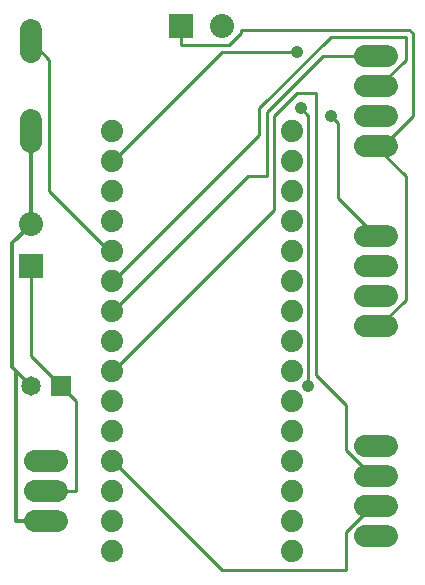
<source format=gbr>
G04 EAGLE Gerber RS-274X export*
G75*
%MOMM*%
%FSLAX34Y34*%
%LPD*%
%INTop Copper*%
%IPPOS*%
%AMOC8*
5,1,8,0,0,1.08239X$1,22.5*%
G01*
%ADD10C,1.879600*%
%ADD11R,1.651000X1.651000*%
%ADD12C,1.651000*%
%ADD13C,1.879600*%
%ADD14R,2.032000X2.032000*%
%ADD15C,2.032000*%
%ADD16C,0.304800*%
%ADD17C,0.254000*%
%ADD18C,1.066800*%


D10*
X93980Y381000D03*
X93980Y355600D03*
X93980Y330200D03*
X93980Y304800D03*
X93980Y279400D03*
X93980Y254000D03*
X93980Y228600D03*
X93980Y203200D03*
X93980Y177800D03*
X93980Y152400D03*
X93980Y127000D03*
X93980Y101600D03*
X93980Y76200D03*
X93980Y50800D03*
X93980Y25400D03*
X246380Y25400D03*
X246380Y50800D03*
X246380Y76200D03*
X246380Y101600D03*
X246380Y127000D03*
X246380Y152400D03*
X246380Y177800D03*
X246380Y203200D03*
X246380Y228600D03*
X246380Y254000D03*
X246380Y279400D03*
X246380Y304800D03*
X246380Y330200D03*
X246380Y355600D03*
X246380Y381000D03*
D11*
X50800Y165100D03*
D12*
X25400Y165100D03*
D13*
X25400Y371602D02*
X25400Y390398D01*
D14*
X152400Y469900D03*
D15*
X187400Y469900D03*
D13*
X47498Y50800D02*
X28702Y50800D01*
X28702Y76200D02*
X47498Y76200D01*
X47498Y101600D02*
X28702Y101600D01*
X25400Y447802D02*
X25400Y466598D01*
X308102Y38100D02*
X326898Y38100D01*
X326898Y63500D02*
X308102Y63500D01*
X308102Y88900D02*
X326898Y88900D01*
X326898Y114300D02*
X308102Y114300D01*
X308102Y215900D02*
X326898Y215900D01*
X326898Y241300D02*
X308102Y241300D01*
X308102Y266700D02*
X326898Y266700D01*
X326898Y292100D02*
X308102Y292100D01*
X308102Y368300D02*
X326898Y368300D01*
X326898Y393700D02*
X308102Y393700D01*
X308102Y419100D02*
X326898Y419100D01*
X326898Y444500D02*
X308102Y444500D01*
D14*
X25400Y266700D03*
D15*
X25400Y301700D03*
D16*
X9525Y180975D02*
X12700Y177800D01*
X25400Y165100D01*
X9525Y180975D02*
X9525Y285750D01*
X25400Y301625D01*
X25400Y301700D01*
X12700Y50800D02*
X38100Y50800D01*
X12700Y50800D02*
X12700Y177800D01*
X25400Y301700D02*
X25400Y381000D01*
D17*
X95250Y254000D02*
X219075Y377825D01*
X219075Y400050D01*
X279400Y460375D01*
X342900Y460375D01*
X342900Y441325D01*
X320675Y419100D01*
X317500Y419100D01*
X95250Y254000D02*
X93980Y254000D01*
X254000Y400050D02*
X260350Y393700D01*
X260350Y165100D01*
D18*
X254000Y400050D03*
X260350Y165100D03*
D17*
X231775Y314325D02*
X95250Y177800D01*
X231775Y314325D02*
X231775Y393700D01*
X250825Y412750D01*
X266700Y412750D01*
X266700Y174625D01*
X292100Y149225D01*
X292100Y111125D01*
X314325Y88900D01*
X317500Y88900D01*
X95250Y177800D02*
X93980Y177800D01*
X95250Y101600D02*
X187325Y9525D01*
X292100Y9525D01*
X292100Y41275D01*
X314325Y63500D01*
X317500Y63500D01*
X95250Y101600D02*
X93980Y101600D01*
X342900Y342900D02*
X320675Y365125D01*
X342900Y342900D02*
X342900Y238125D01*
X320675Y215900D01*
X317500Y215900D01*
X320675Y365125D02*
X349250Y393700D01*
X349250Y463550D01*
X346075Y466725D01*
X203200Y466725D01*
X203200Y463550D01*
X193675Y454025D01*
X152400Y454025D01*
X152400Y469900D01*
X317500Y368300D02*
X320675Y365125D01*
X209550Y342900D02*
X95250Y228600D01*
X209550Y342900D02*
X225425Y342900D01*
X225425Y396875D01*
X273050Y444500D01*
X317500Y444500D01*
X95250Y228600D02*
X93980Y228600D01*
X285750Y323850D02*
X317500Y292100D01*
X285750Y323850D02*
X285750Y387350D01*
X279400Y393700D01*
D18*
X279400Y393700D03*
D17*
X187325Y447675D02*
X95250Y355600D01*
X187325Y447675D02*
X250825Y447675D01*
X95250Y355600D02*
X93980Y355600D01*
D18*
X250825Y447675D03*
D17*
X92075Y279400D02*
X41275Y330200D01*
X41275Y441325D01*
X25400Y457200D01*
X92075Y279400D02*
X93980Y279400D01*
X25400Y190500D02*
X50800Y165100D01*
X25400Y190500D02*
X25400Y266700D01*
X38100Y76200D02*
X63500Y76200D01*
X63500Y152400D01*
X50800Y165100D01*
M02*

</source>
